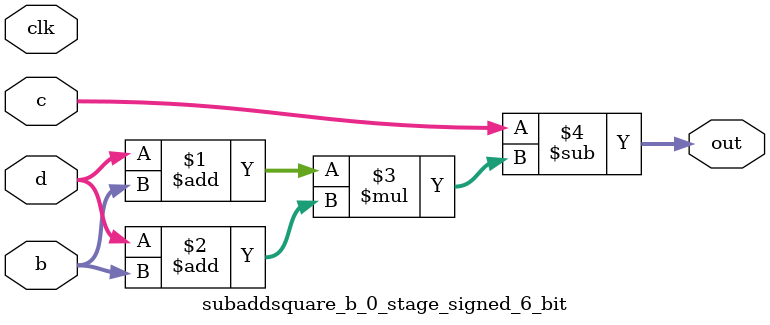
<source format=sv>
(* use_dsp = "yes" *) module subaddsquare_b_0_stage_signed_6_bit(
	input signed [5:0] b,
	input signed [5:0] c,
	input signed [5:0] d,
	output [5:0] out,
	input clk);

	assign out = c - ((d + b) * (d + b));
endmodule

</source>
